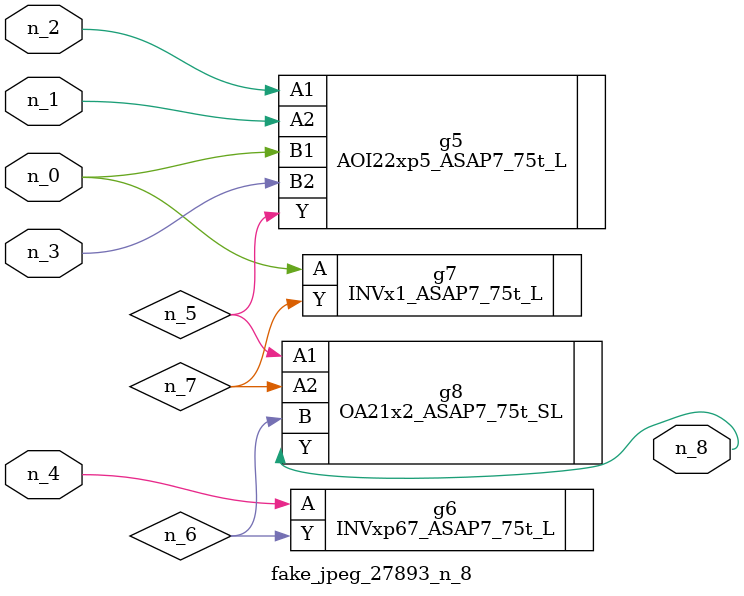
<source format=v>
module fake_jpeg_27893_n_8 (n_3, n_2, n_1, n_0, n_4, n_8);

input n_3;
input n_2;
input n_1;
input n_0;
input n_4;

output n_8;

wire n_6;
wire n_5;
wire n_7;

AOI22xp5_ASAP7_75t_L g5 ( 
.A1(n_2),
.A2(n_1),
.B1(n_0),
.B2(n_3),
.Y(n_5)
);

INVxp67_ASAP7_75t_L g6 ( 
.A(n_4),
.Y(n_6)
);

INVx1_ASAP7_75t_L g7 ( 
.A(n_0),
.Y(n_7)
);

OA21x2_ASAP7_75t_SL g8 ( 
.A1(n_5),
.A2(n_7),
.B(n_6),
.Y(n_8)
);


endmodule
</source>
